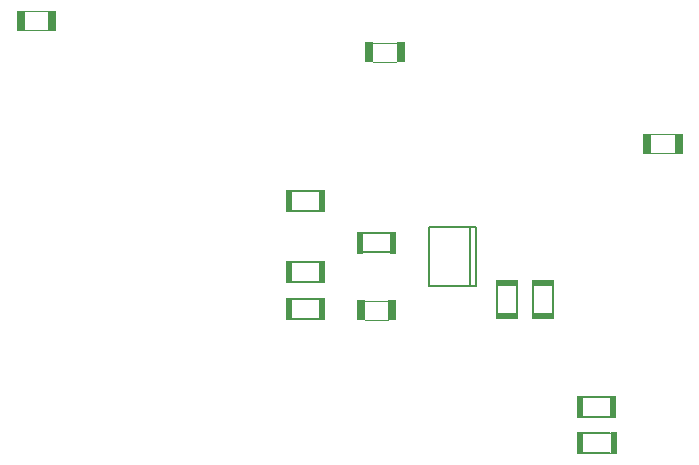
<source format=gbr>
G04 EAGLE Gerber RS-274X export*
G75*
%MOMM*%
%FSLAX34Y34*%
%LPD*%
%INSilkscreen Bottom*%
%IPPOS*%
%AMOC8*
5,1,8,0,0,1.08239X$1,22.5*%
G01*
%ADD10C,0.127000*%
%ADD11C,0.101600*%
%ADD12R,0.750100X1.700000*%
%ADD13C,0.152400*%
%ADD14R,0.584200X1.828800*%
%ADD15R,1.828800X0.584200*%


D10*
X476900Y323500D02*
X471900Y323500D01*
X436900Y323500D01*
X436900Y273500D01*
X471900Y273500D01*
X476900Y273500D01*
X476900Y323500D01*
X471900Y323500D02*
X471900Y273500D01*
D11*
X402350Y244630D02*
X383050Y244630D01*
X383050Y260370D02*
X402350Y260370D01*
D12*
X379433Y252509D03*
X405968Y252491D03*
D11*
X409250Y463230D02*
X389950Y463230D01*
X389950Y478970D02*
X409250Y478970D01*
D12*
X386333Y471109D03*
X412868Y471091D03*
D11*
X625350Y385830D02*
X644650Y385830D01*
X644650Y401570D02*
X625350Y401570D01*
D12*
X621733Y393709D03*
X648268Y393691D03*
D11*
X114550Y505770D02*
X95250Y505770D01*
X95250Y490030D02*
X114550Y490030D01*
D12*
X118168Y497891D03*
X91633Y497909D03*
D13*
X321070Y245618D02*
X343930Y245618D01*
X343930Y262382D02*
X321070Y262382D01*
D14*
X318403Y254000D03*
X346597Y254000D03*
D13*
X343930Y277018D02*
X321070Y277018D01*
X321070Y293782D02*
X343930Y293782D01*
D14*
X318403Y285400D03*
X346597Y285400D03*
D13*
X567770Y148582D02*
X590630Y148582D01*
X590630Y131818D02*
X567770Y131818D01*
D14*
X593297Y140200D03*
X565103Y140200D03*
D13*
X567570Y179382D02*
X590430Y179382D01*
X590430Y162618D02*
X567570Y162618D01*
D14*
X593097Y171000D03*
X564903Y171000D03*
D13*
X525418Y250470D02*
X525418Y273330D01*
X542182Y273330D02*
X542182Y250470D01*
D15*
X533800Y275997D03*
X533800Y247803D03*
D13*
X494718Y250470D02*
X494718Y273330D01*
X511482Y273330D02*
X511482Y250470D01*
D15*
X503100Y275997D03*
X503100Y247803D03*
D13*
X404130Y301618D02*
X381270Y301618D01*
X381270Y318382D02*
X404130Y318382D01*
D14*
X378603Y310000D03*
X406797Y310000D03*
D13*
X343930Y353382D02*
X321070Y353382D01*
X321070Y336618D02*
X343930Y336618D01*
D14*
X346597Y345000D03*
X318403Y345000D03*
M02*

</source>
